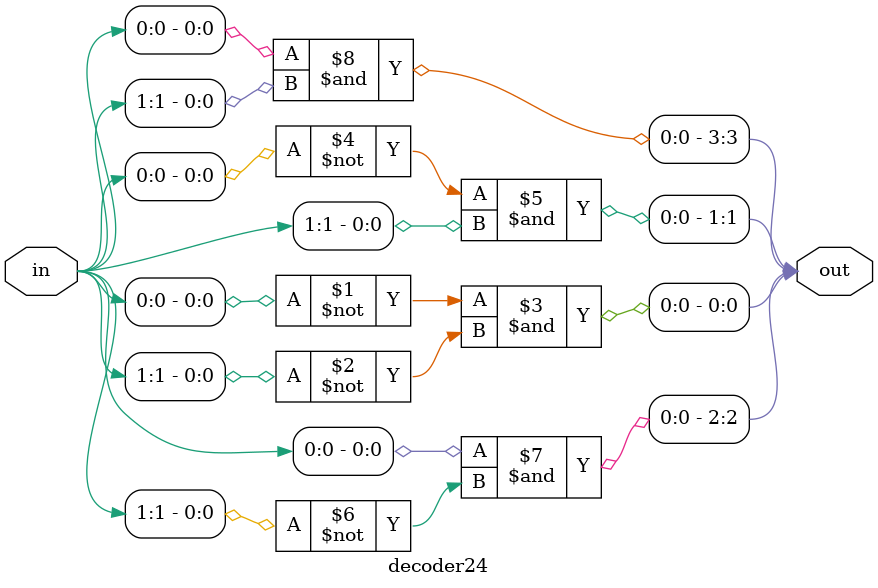
<source format=v>
module decoder24(input [1:0]  in,
                 output [3:0] out);

	assign out[0] = ~in[0] & ~in[1];
	assign out[1] = ~in[0] &  in[1];
	assign out[2] =  in[0] & ~in[1];
	assign out[3] =  in[0] &  in[1];

endmodule

</source>
